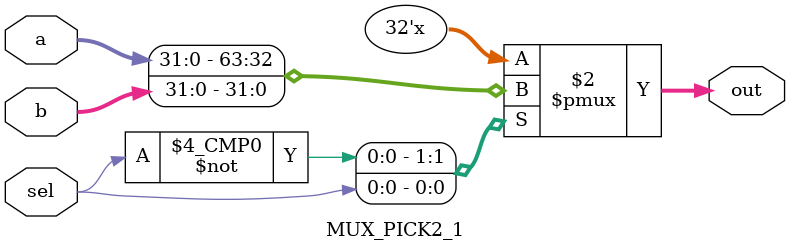
<source format=v>
`timescale 1ns / 1ps

//二选一的多路选择器
module MUX_PICK2_1
#(parameter Width = 32)(
    input [Width-1:0] a,
    input [Width-1:0] b,
    input sel,
    output reg [Width-1:0] out
    );
    always @(*)
        case(sel)
            0: out = a;
            1: out = b;
        endcase
endmodule

</source>
